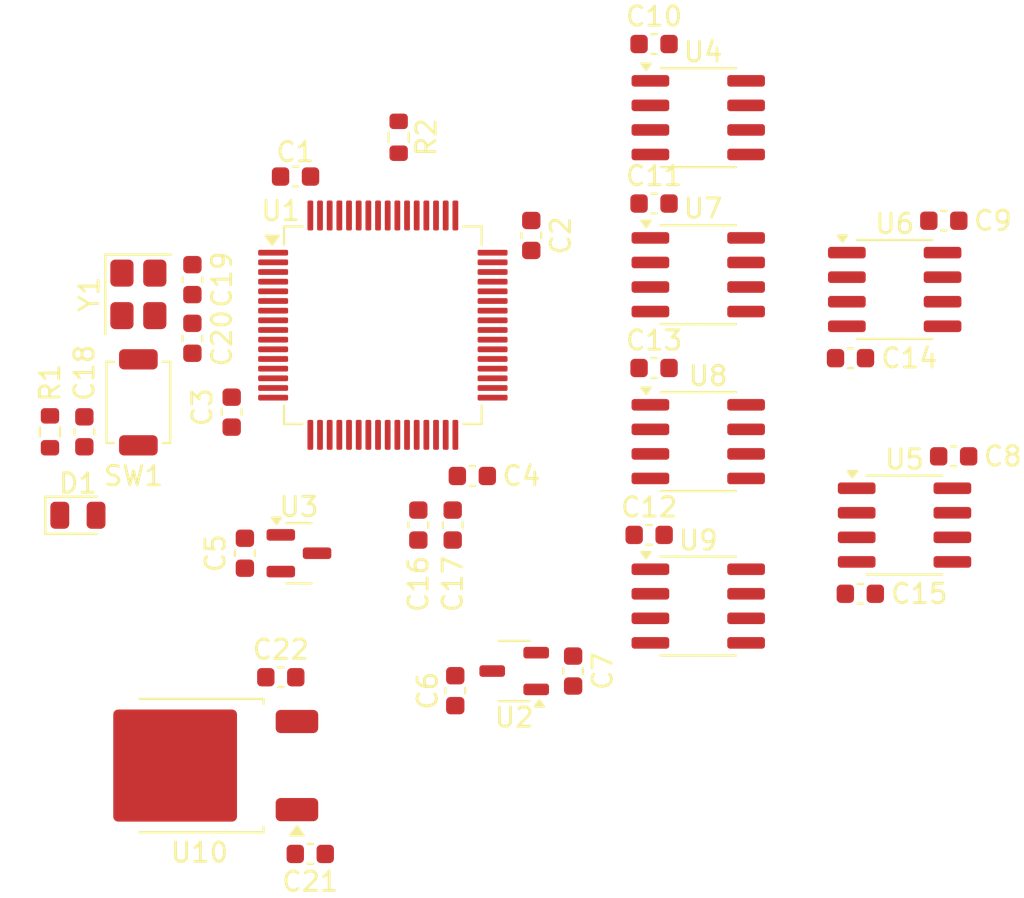
<source format=kicad_pcb>
(kicad_pcb (version 20241229) (generator "pcbnew") (generator_version "9.0")
  (layers (0 "F.Cu" signal) (2 "B.Cu" signal) (13 "F.Paste" user) (15 "B.Paste" user) (5 "F.SilkS" user "F.Silkscreen") (7 "B.SilkS" user "B.Silkscreen") (1 "F.Mask" user) (3 "B.Mask" user) (25 "Edge.Cuts" user))
  (net 0 "")
  (net 11 "-12V")
  (net 42 "+12V")
  (net 43 "GND")
  (net 44 "+5V")
  (net 45 "/SPI1_MOSI")
  (net 46 "/SPI1_SCK")
  (net 47 "+2V5REF")
  (net 48 "/SPI1_DACs/DAC3_OUT")
  (net 49 "/SPI1_DACs/DAC4_OUT")
  (net 50 "/SPI1_DACs/DAC2_OUT")
  (net 51 "/SPI1_DACs/DAC1_OUT")
  (net 52 "/DAC2_CS")
  (net 53 "/DAC4_CS")
  (net 54 "/DAC3_CS")
  (net 55 "/DAC1_CS")
  (net 58 "/MCU_CONFIG/XOSC2")
  (net 59 "/MCU_CONFIG/XOSC1")
  (net 60 "/MCU_CONFIG/NRST")
  (net 61 "+3.3V")
  (net 64 "/MCU_CONFIG/PD2{slash}BOOT0")
  (net 65 "/SPI1_DACs/DAC1_out_nobuf")
  (net 66 "/SPI1_DACs/DAC2_out_nobuf")
  (net 67 "/SPI1_DACs/DAC3_out_nobuf")
  (net 68 "/SPI1_DACs/DAC4_out_nobuf")
  (footprint "Capacitor_SMD:C_0603_1608Metric" (layer "F.Cu") (at 90.17 49.53 -90)
    (property "Reference" "C3" (at -0.254 1.524 90) (layer "F.SilkS"))
    (property "Value" "100nF")
    (fp_line (start -0.14058 0.51) (end 0.14058 0.51) (stroke (width 0.12)) (layer "F.SilkS"))
    (fp_line (start -0.14058 -0.51) (end 0.14058 -0.51) (stroke (width 0.12)) (layer "F.SilkS"))
    (pad "1" smd roundrect (at -0.775 0 270) (size 0.9 0.95) (layers "F.Cu" "F.Mask" "F.Paste") (net 43 "GND"))
    (pad "2" smd roundrect (at 0.775 0 270) (size 0.9 0.95) (layers "F.Cu" "F.Mask" "F.Paste") (net 61 "+3.3V"))
  )
  (footprint "Capacitor_SMD:C_0603_1608Metric" (layer "F.Cu") (at 99.822 55.372 -90)
    (property "Reference" "C16" (at 3.048 0 90) (layer "F.SilkS"))
    (property "Value" "0.1uf")
    (fp_line (start -0.14058 0.51) (end 0.14058 0.51) (stroke (width 0.12)) (layer "F.SilkS"))
    (fp_line (start -0.14058 -0.51) (end 0.14058 -0.51) (stroke (width 0.12)) (layer "F.SilkS"))
    (pad "1" smd roundrect (at -0.775 0 270) (size 0.9 0.95) (layers "F.Cu" "F.Mask" "F.Paste") (net 47 "+2V5REF"))
    (pad "2" smd roundrect (at 0.775 0 270) (size 0.9 0.95) (layers "F.Cu" "F.Mask" "F.Paste") (net 43 "GND"))
  )
  (footprint "Capacitor_SMD:C_0603_1608Metric" (layer "F.Cu") (at 82.55 50.546 90)
    (property "Reference" "C18" (at 3.048 0 90) (layer "F.SilkS"))
    (property "Value" "0.1uf")
    (fp_line (start -0.14058 -0.51) (end 0.14058 -0.51) (stroke (width 0.12)) (layer "F.SilkS"))
    (fp_line (start -0.14058 0.51) (end 0.14058 0.51) (stroke (width 0.12)) (layer "F.SilkS"))
    (pad "1" smd roundrect (at -0.775 0 90) (size 0.9 0.95) (layers "F.Cu" "F.Mask" "F.Paste") (net 60 "/MCU_CONFIG/NRST"))
    (pad "2" smd roundrect (at 0.775 0 90) (size 0.9 0.95) (layers "F.Cu" "F.Mask" "F.Paste") (net 43 "GND"))
  )
  (footprint "Resistor_SMD:R_0603_1608Metric" (layer "F.Cu") (at 98.806 35.306 -90)
    (property "Reference" "R2" (at 0 -1.43 90) (layer "F.SilkS"))
    (property "Value" "100k")
    (fp_line (start -0.237258 0.5225) (end 0.237258 0.5225) (stroke (width 0.12)) (layer "F.SilkS"))
    (fp_line (start -0.237258 -0.5225) (end 0.237258 -0.5225) (stroke (width 0.12)) (layer "F.SilkS"))
    (pad "1" smd roundrect (at -0.825 0 270) (size 0.8 0.95) (layers "F.Cu" "F.Mask" "F.Paste") (net 43 "GND"))
    (pad "2" smd roundrect (at 0.825 0 270) (size 0.8 0.95) (layers "F.Cu" "F.Mask" "F.Paste") (net 64 "/MCU_CONFIG/PD2{slash}BOOT0"))
  )
  (footprint "Capacitor_SMD:C_0603_1608Metric" (layer "F.Cu") (at 112.014 30.48)
    (property "Reference" "C10" (at 0 -1.43 0) (layer "F.SilkS"))
    (property "Value" "0.1uf")
    (fp_line (start -0.14058 -0.51) (end 0.14058 -0.51) (stroke (width 0.12)) (layer "F.SilkS"))
    (fp_line (start -0.14058 0.51) (end 0.14058 0.51) (stroke (width 0.12)) (layer "F.SilkS"))
    (pad "1" smd roundrect (at -0.775 0) (size 0.9 0.95) (layers "F.Cu" "F.Mask" "F.Paste") (net 44 "+5V"))
    (pad "2" smd roundrect (at 0.775 0) (size 0.9 0.95) (layers "F.Cu" "F.Mask" "F.Paste") (net 43 "GND"))
  )
  (footprint "Package_SO:SOIC-8_3.9x4.9mm_P1.27mm" (layer "F.Cu") (at 114.3 51.054)
    (property "Reference" "U8" (at 0.508 -3.4 0) (layer "F.SilkS"))
    (property "Value" "MCP4921-ESN")
    (fp_line (start 0 -2.56) (end -1.95 -2.56) (stroke (width 0.12)) (layer "F.SilkS"))
    (fp_line (start 0 -2.56) (end 1.95 -2.56) (stroke (width 0.12)) (layer "F.SilkS"))
    (fp_line (start 0 2.56) (end -1.95 2.56) (stroke (width 0.12)) (layer "F.SilkS"))
    (fp_line (start 0 2.56) (end 1.95 2.56) (stroke (width 0.12)) (layer "F.SilkS"))
    (fp_poly (pts (xy -2.7 -2.465) (xy -2.94 -2.795) (xy -2.46 -2.795)) (stroke (width 0.12)) (fill yes) (layer "F.SilkS"))
    (pad "1" smd roundrect (at -2.475 -1.905) (size 1.95 0.6) (layers "F.Cu" "F.Mask" "F.Paste") (net 44 "+5V"))
    (pad "2" smd roundrect (at -2.475 -0.635) (size 1.95 0.6) (layers "F.Cu" "F.Mask" "F.Paste") (net 54 "/DAC3_CS"))
    (pad "3" smd roundrect (at -2.475 0.635) (size 1.95 0.6) (layers "F.Cu" "F.Mask" "F.Paste") (net 45 "/SPI1_MOSI"))
    (pad "4" smd roundrect (at -2.475 1.905) (size 1.95 0.6) (layers "F.Cu" "F.Mask" "F.Paste") (net 46 "/SPI1_SCK"))
    (pad "5" smd roundrect (at 2.475 1.905) (size 1.95 0.6) (layers "F.Cu" "F.Mask" "F.Paste") (net 43 "GND"))
    (pad "6" smd roundrect (at 2.475 0.635) (size 1.95 0.6) (layers "F.Cu" "F.Mask" "F.Paste") (net 47 "+2V5REF"))
    (pad "7" smd roundrect (at 2.475 -0.635) (size 1.95 0.6) (layers "F.Cu" "F.Mask" "F.Paste") (net 43 "GND"))
    (pad "8" smd roundrect (at 2.475 -1.905) (size 1.95 0.6) (layers "F.Cu" "F.Mask" "F.Paste") (net 67 "/SPI1_DACs/DAC3_out_nobuf"))
  )
  (footprint "Button_Switch_SMD:SW_SPST_TS-1088-xR025" (layer "F.Cu") (at 85.344 49.022 -90)
    (property "Reference" "SW1" (at 3.81 0.254 180) (layer "F.SilkS"))
    (property "Value" "TS-1088-AR02016")
    (fp_line (start -2.1 1.65) (end 2.1 1.65) (stroke (width 0.12)) (layer "F.SilkS"))
    (fp_line (start 2.1 1.65) (end 2.1 1.26) (stroke (width 0.12)) (layer "F.SilkS"))
    (fp_line (start -2.1 1.26) (end -2.1 1.65) (stroke (width 0.12)) (layer "F.SilkS"))
    (fp_line (start -2.1 -1.26) (end -2.1 -1.65) (stroke (width 0.12)) (layer "F.SilkS"))
    (fp_line (start -2.1 -1.65) (end 2.1 -1.65) (stroke (width 0.12)) (layer "F.SilkS"))
    (fp_line (start 2.1 -1.65) (end 2.1 -1.26) (stroke (width 0.12)) (layer "F.SilkS"))
    (pad "1" smd roundrect (at -2.225 0 270) (size 1.05 2) (layers "F.Cu" "F.Mask" "F.Paste") (roundrect_rratio 0.2380952381) (net 43 "GND"))
    (pad "2" smd roundrect (at 2.225 0 270) (size 1.05 2) (layers "F.Cu" "F.Mask" "F.Paste") (roundrect_rratio 0.2380952381) (net 60 "/MCU_CONFIG/NRST"))
  )
  (footprint "Capacitor_SMD:C_0603_1608Metric" (layer "F.Cu") (at 92.71 63.246)
    (property "Reference" "C22" (at 0 -1.43 0) (layer "F.SilkS"))
    (property "Value" "0.1uf")
    (fp_line (start -0.14058 -0.51) (end 0.14058 -0.51) (stroke (width 0.12)) (layer "F.SilkS"))
    (fp_line (start -0.14058 0.51) (end 0.14058 0.51) (stroke (width 0.12)) (layer "F.SilkS"))
    (pad "1" smd roundrect (at -0.775 0) (size 0.9 0.95) (layers "F.Cu" "F.Mask" "F.Paste") (net 43 "GND"))
    (pad "2" smd roundrect (at 0.775 0) (size 0.9 0.95) (layers "F.Cu" "F.Mask" "F.Paste") (net 44 "+5V"))
  )
  (footprint "Package_SO:SOIC-8_3.9x4.9mm_P1.27mm" (layer "F.Cu") (at 124.968 55.372)
    (property "Reference" "U5" (at 0 -3.4 0) (layer "F.SilkS"))
    (property "Value" "OPA1678")
    (fp_line (start 0 -2.56) (end -1.95 -2.56) (stroke (width 0.12)) (layer "F.SilkS"))
    (fp_line (start 0 -2.56) (end 1.95 -2.56) (stroke (width 0.12)) (layer "F.SilkS"))
    (fp_line (start 0 2.56) (end -1.95 2.56) (stroke (width 0.12)) (layer "F.SilkS"))
    (fp_line (start 0 2.56) (end 1.95 2.56) (stroke (width 0.12)) (layer "F.SilkS"))
    (fp_poly (pts (xy -2.7 -2.465) (xy -2.94 -2.795) (xy -2.46 -2.795)) (stroke (width 0.12)) (fill yes) (layer "F.SilkS"))
    (pad "1" smd roundrect (at -2.475 -1.905) (size 1.95 0.6) (layers "F.Cu" "F.Mask" "F.Paste") (net 51 "/SPI1_DACs/DAC1_OUT"))
    (pad "2" smd roundrect (at -2.475 -0.635) (size 1.95 0.6) (layers "F.Cu" "F.Mask" "F.Paste") (net 51 "/SPI1_DACs/DAC1_OUT"))
    (pad "3" smd roundrect (at -2.475 0.635) (size 1.95 0.6) (layers "F.Cu" "F.Mask" "F.Paste") (net 65 "/SPI1_DACs/DAC1_out_nobuf"))
    (pad "4" smd roundrect (at -2.475 1.905) (size 1.95 0.6) (layers "F.Cu" "F.Mask" "F.Paste") (net 11 "-12V"))
    (pad "5" smd roundrect (at 2.475 1.905) (size 1.95 0.6) (layers "F.Cu" "F.Mask" "F.Paste") (net 66 "/SPI1_DACs/DAC2_out_nobuf"))
    (pad "6" smd roundrect (at 2.475 0.635) (size 1.95 0.6) (layers "F.Cu" "F.Mask" "F.Paste") (net 50 "/SPI1_DACs/DAC2_OUT"))
    (pad "7" smd roundrect (at 2.475 -0.635) (size 1.95 0.6) (layers "F.Cu" "F.Mask" "F.Paste") (net 50 "/SPI1_DACs/DAC2_OUT"))
    (pad "8" smd roundrect (at 2.475 -1.905) (size 1.95 0.6) (layers "F.Cu" "F.Mask" "F.Paste") (net 42 "+12V"))
  )
  (footprint "Capacitor_SMD:C_0603_1608Metric" (layer "F.Cu") (at 88.138 42.672 90)
    (property "Reference" "C19" (at 0 1.524 90) (layer "F.SilkS"))
    (property "Value" "22pf")
    (fp_line (start -0.14058 -0.51) (end 0.14058 -0.51) (stroke (width 0.12)) (layer "F.SilkS"))
    (fp_line (start -0.14058 0.51) (end 0.14058 0.51) (stroke (width 0.12)) (layer "F.SilkS"))
    (pad "1" smd roundrect (at -0.775 0 90) (size 0.9 0.95) (layers "F.Cu" "F.Mask" "F.Paste") (net 59 "/MCU_CONFIG/XOSC1"))
    (pad "2" smd roundrect (at 0.775 0 90) (size 0.9 0.95) (layers "F.Cu" "F.Mask" "F.Paste") (net 43 "GND"))
  )
  (footprint "Capacitor_SMD:C_0603_1608Metric" (layer "F.Cu") (at 112.014 47.244)
    (property "Reference" "C13" (at 0 -1.43 0) (layer "F.SilkS"))
    (property "Value" "0.1uf")
    (fp_line (start -0.14058 -0.51) (end 0.14058 -0.51) (stroke (width 0.12)) (layer "F.SilkS"))
    (fp_line (start -0.14058 0.51) (end 0.14058 0.51) (stroke (width 0.12)) (layer "F.SilkS"))
    (pad "1" smd roundrect (at -0.775 0) (size 0.9 0.95) (layers "F.Cu" "F.Mask" "F.Paste") (net 44 "+5V"))
    (pad "2" smd roundrect (at 0.775 0) (size 0.9 0.95) (layers "F.Cu" "F.Mask" "F.Paste") (net 43 "GND"))
  )
  (footprint "Package_TO_SOT_SMD:TO-252-2" (layer "F.Cu") (at 88.505 67.817 180)
    (property "Reference" "U10" (at 0 -4.5 0) (layer "F.SilkS"))
    (property "Value" "L7805")
    (fp_line (start 3.11 3.45) (end -3.31 3.45) (stroke (width 0.12)) (layer "F.SilkS"))
    (fp_line (start 3.11 -3.45) (end -3.31 -3.45) (stroke (width 0.12)) (layer "F.SilkS"))
    (fp_line (start -3.31 3.45) (end -3.31 3.18) (stroke (width 0.12)) (layer "F.SilkS"))
    (fp_line (start -3.31 -3.45) (end -3.31 -3.18) (stroke (width 0.12)) (layer "F.SilkS"))
    (fp_poly (pts (xy -5.04 -3.14) (xy -5.38 -3.61) (xy -4.7 -3.61)) (stroke (width 0.12)) (fill yes) (layer "F.SilkS"))
    (pad "1" smd roundrect (at -5.04 -2.28 180) (size 2.2 1.2) (layers "F.Cu" "F.Mask" "F.Paste") (roundrect_rratio 0.208333) (net 42 "+12V"))
    (pad "2" smd roundrect (at 1.26 0 180) (size 6.4 5.8) (layers "F.Cu" "F.Mask") (roundrect_rratio 0.043103) (net 43 "GND"))
    (pad "3" smd roundrect (at -5.04 2.28 180) (size 2.2 1.2) (layers "F.Cu" "F.Mask" "F.Paste") (roundrect_rratio 0.208333) (net 44 "+5V"))
  )
  (footprint "Package_TO_SOT_SMD:SOT-23-3" (layer "F.Cu") (at 104.7805 62.926 180)
    (property "Reference" "U2" (at 0 -2.4 0) (layer "F.SilkS"))
    (property "Value" "XC6206P332MR-G")
    (fp_line (start 0 1.56) (end 0.8 1.56) (stroke (width 0.12)) (layer "F.SilkS"))
    (fp_line (start 0 1.56) (end -0.8 1.56) (stroke (width 0.12)) (layer "F.SilkS"))
    (fp_line (start 0 -1.56) (end 0.8 -1.56) (stroke (width 0.12)) (layer "F.SilkS"))
    (fp_line (start 0 -1.56) (end -0.8 -1.56) (stroke (width 0.12)) (layer "F.SilkS"))
    (fp_poly (pts (xy -1.3 -1.51) (xy -1.54 -1.84) (xy -1.06 -1.84)) (stroke (width 0.12)) (fill yes) (layer "F.SilkS"))
    (pad "1" smd roundrect (at -1.1375 -0.95 180) (size 1.325 0.6) (layers "F.Cu" "F.Mask" "F.Paste") (net 43 "GND"))
    (pad "2" smd roundrect (at -1.1375 0.95 180) (size 1.325 0.6) (layers "F.Cu" "F.Mask" "F.Paste") (net 61 "+3.3V"))
    (pad "3" smd roundrect (at 1.1375 0 180) (size 1.325 0.6) (layers "F.Cu" "F.Mask" "F.Paste") (net 44 "+5V"))
  )
  (footprint "Package_SO:SOIC-8_3.9x4.9mm_P1.27mm" (layer "F.Cu") (at 114.3 42.418)
    (property "Reference" "U7" (at 0.254 -3.429 0) (layer "F.SilkS"))
    (property "Value" "MCP4921-ESN")
    (fp_line (start 0 -2.56) (end -1.95 -2.56) (stroke (width 0.12)) (layer "F.SilkS"))
    (fp_line (start 0 -2.56) (end 1.95 -2.56) (stroke (width 0.12)) (layer "F.SilkS"))
    (fp_line (start 0 2.56) (end -1.95 2.56) (stroke (width 0.12)) (layer "F.SilkS"))
    (fp_line (start 0 2.56) (end 1.95 2.56) (stroke (width 0.12)) (layer "F.SilkS"))
    (fp_poly (pts (xy -2.7 -2.465) (xy -2.94 -2.795) (xy -2.46 -2.795)) (stroke (width 0.12)) (fill yes) (layer "F.SilkS"))
    (pad "1" smd roundrect (at -2.475 -1.905) (size 1.95 0.6) (layers "F.Cu" "F.Mask" "F.Paste") (net 44 "+5V"))
    (pad "2" smd roundrect (at -2.475 -0.635) (size 1.95 0.6) (layers "F.Cu" "F.Mask" "F.Paste") (net 52 "/DAC2_CS"))
    (pad "3" smd roundrect (at -2.475 0.635) (size 1.95 0.6) (layers "F.Cu" "F.Mask" "F.Paste") (net 45 "/SPI1_MOSI"))
    (pad "4" smd roundrect (at -2.475 1.905) (size 1.95 0.6) (layers "F.Cu" "F.Mask" "F.Paste") (net 46 "/SPI1_SCK"))
    (pad "5" smd roundrect (at 2.475 1.905) (size 1.95 0.6) (layers "F.Cu" "F.Mask" "F.Paste") (net 43 "GND"))
    (pad "6" smd roundrect (at 2.475 0.635) (size 1.95 0.6) (layers "F.Cu" "F.Mask" "F.Paste") (net 47 "+2V5REF"))
    (pad "7" smd roundrect (at 2.475 -0.635) (size 1.95 0.6) (layers "F.Cu" "F.Mask" "F.Paste") (net 43 "GND"))
    (pad "8" smd roundrect (at 2.475 -1.905) (size 1.95 0.6) (layers "F.Cu" "F.Mask" "F.Paste") (net 66 "/SPI1_DACs/DAC2_out_nobuf"))
  )
  (footprint "Capacitor_SMD:C_0603_1608Metric" (layer "F.Cu") (at 101.7325 63.942 90)
    (property "Reference" "C6" (at 0 -1.43 90) (layer "F.SilkS"))
    (property "Value" "1u")
    (fp_line (start -0.14058 -0.51) (end 0.14058 -0.51) (stroke (width 0.12)) (layer "F.SilkS"))
    (fp_line (start -0.14058 0.51) (end 0.14058 0.51) (stroke (width 0.12)) (layer "F.SilkS"))
    (pad "1" smd roundrect (at -0.775 0 90) (size 0.9 0.95) (layers "F.Cu" "F.Mask" "F.Paste") (net 43 "GND"))
    (pad "2" smd roundrect (at 0.775 0 90) (size 0.9 0.95) (layers "F.Cu" "F.Mask" "F.Paste") (net 44 "+5V"))
  )
  (footprint "Capacitor_SMD:C_0603_1608Metric" (layer "F.Cu") (at 105.664 40.386 90)
    (property "Reference" "C2" (at 0 1.524 90) (layer "F.SilkS"))
    (property "Value" "100nF")
    (fp_line (start -0.14058 -0.51) (end 0.14058 -0.51) (stroke (width 0.12)) (layer "F.SilkS"))
    (fp_line (start -0.14058 0.51) (end 0.14058 0.51) (stroke (width 0.12)) (layer "F.SilkS"))
    (pad "1" smd roundrect (at -0.775 0 90) (size 0.9 0.95) (layers "F.Cu" "F.Mask" "F.Paste") (net 43 "GND"))
    (pad "2" smd roundrect (at 0.775 0 90) (size 0.9 0.95) (layers "F.Cu" "F.Mask" "F.Paste") (net 61 "+3.3V"))
  )
  (footprint "Capacitor_SMD:C_0603_1608Metric" (layer "F.Cu") (at 111.76 55.88)
    (property "Reference" "C12" (at 0 -1.43 0) (layer "F.SilkS"))
    (property "Value" "0.1uf")
    (fp_line (start -0.14058 -0.51) (end 0.14058 -0.51) (stroke (width 0.12)) (layer "F.SilkS"))
    (fp_line (start -0.14058 0.51) (end 0.14058 0.51) (stroke (width 0.12)) (layer "F.SilkS"))
    (pad "1" smd roundrect (at -0.775 0) (size 0.9 0.95) (layers "F.Cu" "F.Mask" "F.Paste") (net 44 "+5V"))
    (pad "2" smd roundrect (at 0.775 0) (size 0.9 0.95) (layers "F.Cu" "F.Mask" "F.Paste") (net 43 "GND"))
  )
  (footprint "LED_SMD:LED_0805_2012Metric" (layer "F.Cu") (at 82.2175 54.864)
    (property "Reference" "D1" (at 0 -1.65 0) (layer "F.SilkS"))
    (property "Value" "KT-0805G")
    (fp_line (start -1.685 -0.96) (end -1.685 0.96) (stroke (width 0.12)) (layer "F.SilkS"))
    (fp_line (start -1.685 0.96) (end 1 0.96) (stroke (width 0.12)) (layer "F.SilkS"))
    (fp_line (start 1 -0.96) (end -1.685 -0.96) (stroke (width 0.12)) (layer "F.SilkS"))
    (pad "1" smd roundrect (at -0.9375 0) (size 0.975 1.4) (layers "F.Cu" "F.Mask" "F.Paste"))
    (pad "2" smd roundrect (at 0.9375 0) (size 0.975 1.4) (layers "F.Cu" "F.Mask" "F.Paste"))
  )
  (footprint "Package_SO:SOIC-8_3.9x4.9mm_P1.27mm" (layer "F.Cu") (at 124.46 43.18)
    (property "Reference" "U6" (at 0 -3.4 0) (layer "F.SilkS"))
    (property "Value" "OPA1678")
    (fp_line (start 0 -2.56) (end -1.95 -2.56) (stroke (width 0.12)) (layer "F.SilkS"))
    (fp_line (start 0 -2.56) (end 1.95 -2.56) (stroke (width 0.12)) (layer "F.SilkS"))
    (fp_line (start 0 2.56) (end -1.95 2.56) (stroke (width 0.12)) (layer "F.SilkS"))
    (fp_line (start 0 2.56) (end 1.95 2.56) (stroke (width 0.12)) (layer "F.SilkS"))
    (fp_poly (pts (xy -2.7 -2.465) (xy -2.94 -2.795) (xy -2.46 -2.795)) (stroke (width 0.12)) (fill yes) (layer "F.SilkS"))
    (pad "1" smd roundrect (at -2.475 -1.905) (size 1.95 0.6) (layers "F.Cu" "F.Mask" "F.Paste") (net 48 "/SPI1_DACs/DAC3_OUT"))
    (pad "2" smd roundrect (at -2.475 -0.635) (size 1.95 0.6) (layers "F.Cu" "F.Mask" "F.Paste") (net 48 "/SPI1_DACs/DAC3_OUT"))
    (pad "3" smd roundrect (at -2.475 0.635) (size 1.95 0.6) (layers "F.Cu" "F.Mask" "F.Paste") (net 67 "/SPI1_DACs/DAC3_out_nobuf"))
    (pad "4" smd roundrect (at -2.475 1.905) (size 1.95 0.6) (layers "F.Cu" "F.Mask" "F.Paste") (net 11 "-12V"))
    (pad "5" smd roundrect (at 2.475 1.905) (size 1.95 0.6) (layers "F.Cu" "F.Mask" "F.Paste") (net 68 "/SPI1_DACs/DAC4_out_nobuf"))
    (pad "6" smd roundrect (at 2.475 0.635) (size 1.95 0.6) (layers "F.Cu" "F.Mask" "F.Paste") (net 49 "/SPI1_DACs/DAC4_OUT"))
    (pad "7" smd roundrect (at 2.475 -0.635) (size 1.95 0.6) (layers "F.Cu" "F.Mask" "F.Paste") (net 49 "/SPI1_DACs/DAC4_OUT"))
    (pad "8" smd roundrect (at 2.475 -1.905) (size 1.95 0.6) (layers "F.Cu" "F.Mask" "F.Paste") (net 42 "+12V"))
  )
  (footprint "Resistor_SMD:R_0603_1608Metric" (layer "F.Cu") (at 80.772 50.546 -90)
    (property "Reference" "R1" (at -2.54 0 90) (layer "F.SilkS"))
    (property "Value" "10k")
    (fp_line (start -0.237258 0.5225) (end 0.237258 0.5225) (stroke (width 0.12)) (layer "F.SilkS"))
    (fp_line (start -0.237258 -0.5225) (end 0.237258 -0.5225) (stroke (width 0.12)) (layer "F.SilkS"))
    (pad "1" smd roundrect (at -0.825 0 270) (size 0.8 0.95) (layers "F.Cu" "F.Mask" "F.Paste") (net 61 "+3.3V"))
    (pad "2" smd roundrect (at 0.825 0 270) (size 0.8 0.95) (layers "F.Cu" "F.Mask" "F.Paste") (net 60 "/MCU_CONFIG/NRST"))
  )
  (footprint "Capacitor_SMD:C_0603_1608Metric" (layer "F.Cu") (at 112.014 38.735)
    (property "Reference" "C11" (at 0 -1.43 0) (layer "F.SilkS"))
    (property "Value" "0.1uf")
    (fp_line (start -0.14058 -0.51) (end 0.14058 -0.51) (stroke (width 0.12)) (layer "F.SilkS"))
    (fp_line (start -0.14058 0.51) (end 0.14058 0.51) (stroke (width 0.12)) (layer "F.SilkS"))
    (pad "1" smd roundrect (at -0.775 0) (size 0.9 0.95) (layers "F.Cu" "F.Mask" "F.Paste") (net 44 "+5V"))
    (pad "2" smd roundrect (at 0.775 0) (size 0.9 0.95) (layers "F.Cu" "F.Mask" "F.Paste") (net 43 "GND"))
  )
  (footprint "Capacitor_SMD:C_0603_1608Metric" (layer "F.Cu") (at 88.138 45.707 -90)
    (property "Reference" "C20" (at 0 -1.524 90) (layer "F.SilkS"))
    (property "Value" "22pf")
    (fp_line (start -0.14058 0.51) (end 0.14058 0.51) (stroke (width 0.12)) (layer "F.SilkS"))
    (fp_line (start -0.14058 -0.51) (end 0.14058 -0.51) (stroke (width 0.12)) (layer "F.SilkS"))
    (pad "1" smd roundrect (at -0.775 0 270) (size 0.9 0.95) (layers "F.Cu" "F.Mask" "F.Paste") (net 58 "/MCU_CONFIG/XOSC2"))
    (pad "2" smd roundrect (at 0.775 0 270) (size 0.9 0.95) (layers "F.Cu" "F.Mask" "F.Paste") (net 43 "GND"))
  )
  (footprint "Package_TO_SOT_SMD:SOT-23" (layer "F.Cu") (at 93.6475 56.83)
    (property "Reference" "U3" (at 0 -2.4 0) (layer "F.SilkS"))
    (property "Value" "REF3125")
    (fp_line (start 0 -1.56) (end -0.65 -1.56) (stroke (width 0.12)) (layer "F.SilkS"))
    (fp_line (start 0 -1.56) (end 0.65 -1.56) (stroke (width 0.12)) (layer "F.SilkS"))
    (fp_line (start 0 1.56) (end -0.65 1.56) (stroke (width 0.12)) (layer "F.SilkS"))
    (fp_line (start 0 1.56) (end 0.65 1.56) (stroke (width 0.12)) (layer "F.SilkS"))
    (fp_poly (pts (xy -1.1625 -1.51) (xy -1.4025 -1.84) (xy -0.9225 -1.84)) (stroke (width 0.12)) (fill yes) (layer "F.SilkS"))
    (pad "1" smd roundrect (at -0.9375 -0.95) (size 1.475 0.6) (layers "F.Cu" "F.Mask" "F.Paste") (net 61 "+3.3V"))
    (pad "2" smd roundrect (at -0.9375 0.95) (size 1.475 0.6) (layers "F.Cu" "F.Mask" "F.Paste") (net 47 "+2V5REF"))
    (pad "3" smd roundrect (at 0.9375 0) (size 1.475 0.6) (layers "F.Cu" "F.Mask" "F.Paste") (net 43 "GND"))
  )
  (footprint "Capacitor_SMD:C_0603_1608Metric" (layer "F.Cu") (at 127.508 51.816)
    (property "Reference" "C8" (at 2.54 0 0) (layer "F.SilkS"))
    (property "Value" "0.1uf")
    (fp_line (start -0.14058 -0.51) (end 0.14058 -0.51) (stroke (width 0.12)) (layer "F.SilkS"))
    (fp_line (start -0.14058 0.51) (end 0.14058 0.51) (stroke (width 0.12)) (layer "F.SilkS"))
    (pad "1" smd roundrect (at -0.775 0) (size 0.9 0.95) (layers "F.Cu" "F.Mask" "F.Paste") (net 42 "+12V"))
    (pad "2" smd roundrect (at 0.775 0) (size 0.9 0.95) (layers "F.Cu" "F.Mask" "F.Paste") (net 43 "GND"))
  )
  (footprint "Capacitor_SMD:C_0603_1608Metric" (layer "F.Cu") (at 94.234 72.39 180)
    (property "Reference" "C21" (at 0 -1.43 0) (layer "F.SilkS"))
    (property "Value" "0.33uf")
    (fp_line (start -0.14058 0.51) (end 0.14058 0.51) (stroke (width 0.12)) (layer "F.SilkS"))
    (fp_line (start -0.14058 -0.51) (end 0.14058 -0.51) (stroke (width 0.12)) (layer "F.SilkS"))
    (pad "1" smd roundrect (at -0.775 0 180) (size 0.9 0.95) (layers "F.Cu" "F.Mask" "F.Paste") (net 43 "GND"))
    (pad "2" smd roundrect (at 0.775 0 180) (size 0.9 0.95) (layers "F.Cu" "F.Mask" "F.Paste") (net 42 "+12V"))
  )
  (footprint "Capacitor_SMD:C_0603_1608Metric" (layer "F.Cu") (at 107.8285 62.926 90)
    (property "Reference" "C7" (at 0 1.524 90) (layer "F.SilkS"))
    (property "Value" "1u")
    (fp_line (start -0.14058 -0.51) (end 0.14058 -0.51) (stroke (width 0.12)) (layer "F.SilkS"))
    (fp_line (start -0.14058 0.51) (end 0.14058 0.51) (stroke (width 0.12)) (layer "F.SilkS"))
    (pad "1" smd roundrect (at -0.775 0 90) (size 0.9 0.95) (layers "F.Cu" "F.Mask" "F.Paste") (net 43 "GND"))
    (pad "2" smd roundrect (at 0.775 0 90) (size 0.9 0.95) (layers "F.Cu" "F.Mask" "F.Paste") (net 61 "+3.3V"))
  )
  (footprint "Capacitor_SMD:C_0603_1608Metric" (layer "F.Cu") (at 122.174 46.736)
    (property "Reference" "C14" (at 3.048 0 0) (layer "F.SilkS"))
    (property "Value" "0.1uf")
    (fp_line (start -0.14058 -0.51) (end 0.14058 -0.51) (stroke (width 0.12)) (layer "F.SilkS"))
    (fp_line (start -0.14058 0.51) (end 0.14058 0.51) (stroke (width 0.12)) (layer "F.SilkS"))
    (pad "1" smd roundrect (at -0.775 0) (size 0.9 0.95) (layers "F.Cu" "F.Mask" "F.Paste") (net 11 "-12V"))
    (pad "2" smd roundrect (at 0.775 0) (size 0.9 0.95) (layers "F.Cu" "F.Mask" "F.Paste") (net 43 "GND"))
  )
  (footprint "Capacitor_SMD:C_0603_1608Metric" (layer "F.Cu") (at 101.6 55.372 -90)
    (property "Reference" "C17" (at 3.048 0 90) (layer "F.SilkS"))
    (property "Value" "1uf")
    (fp_line (start -0.14058 0.51) (end 0.14058 0.51) (stroke (width 0.12)) (layer "F.SilkS"))
    (fp_line (start -0.14058 -0.51) (end 0.14058 -0.51) (stroke (width 0.12)) (layer "F.SilkS"))
    (pad "1" smd roundrect (at -0.775 0 270) (size 0.9 0.95) (layers "F.Cu" "F.Mask" "F.Paste") (net 47 "+2V5REF"))
    (pad "2" smd roundrect (at 0.775 0 270) (size 0.9 0.95) (layers "F.Cu" "F.Mask" "F.Paste") (net 43 "GND"))
  )
  (footprint "Package_SO:SOIC-8_3.9x4.9mm_P1.27mm" (layer "F.Cu") (at 114.3 59.563)
    (property "Reference" "U9" (at 0 -3.4 0) (layer "F.SilkS"))
    (property "Value" "MCP4921-ESN")
    (fp_line (start 0 -2.56) (end -1.95 -2.56) (stroke (width 0.12)) (layer "F.SilkS"))
    (fp_line (start 0 -2.56) (end 1.95 -2.56) (stroke (width 0.12)) (layer "F.SilkS"))
    (fp_line (start 0 2.56) (end -1.95 2.56) (stroke (width 0.12)) (layer "F.SilkS"))
    (fp_line (start 0 2.56) (end 1.95 2.56) (stroke (width 0.12)) (layer "F.SilkS"))
    (fp_poly (pts (xy -2.7 -2.465) (xy -2.94 -2.795) (xy -2.46 -2.795)) (stroke (width 0.12)) (fill yes) (layer "F.SilkS"))
    (pad "1" smd roundrect (at -2.475 -1.905) (size 1.95 0.6) (layers "F.Cu" "F.Mask" "F.Paste") (net 44 "+5V"))
    (pad "2" smd roundrect (at -2.475 -0.635) (size 1.95 0.6) (layers "F.Cu" "F.Mask" "F.Paste") (net 53 "/DAC4_CS"))
    (pad "3" smd roundrect (at -2.475 0.635) (size 1.95 0.6) (layers "F.Cu" "F.Mask" "F.Paste") (net 45 "/SPI1_MOSI"))
    (pad "4" smd roundrect (at -2.475 1.905) (size 1.95 0.6) (layers "F.Cu" "F.Mask" "F.Paste") (net 46 "/SPI1_SCK"))
    (pad "5" smd roundrect (at 2.475 1.905) (size 1.95 0.6) (layers "F.Cu" "F.Mask" "F.Paste") (net 43 "GND"))
    (pad "6" smd roundrect (at 2.475 0.635) (size 1.95 0.6) (layers "F.Cu" "F.Mask" "F.Paste") (net 47 "+2V5REF"))
    (pad "7" smd roundrect (at 2.475 -0.635) (size 1.95 0.6) (layers "F.Cu" "F.Mask" "F.Paste") (net 43 "GND"))
    (pad "8" smd roundrect (at 2.475 -1.905) (size 1.95 0.6) (layers "F.Cu" "F.Mask" "F.Paste") (net 68 "/SPI1_DACs/DAC4_out_nobuf"))
  )
  (footprint "Package_SO:SOIC-8_3.9x4.9mm_P1.27mm" (layer "F.Cu") (at 114.3 34.29)
    (property "Reference" "U4" (at 0.254 -3.4 0) (layer "F.SilkS"))
    (property "Value" "MCP4921-ESN")
    (fp_line (start 0 -2.56) (end -1.95 -2.56) (stroke (width 0.12)) (layer "F.SilkS"))
    (fp_line (start 0 -2.56) (end 1.95 -2.56) (stroke (width 0.12)) (layer "F.SilkS"))
    (fp_line (start 0 2.56) (end -1.95 2.56) (stroke (width 0.12)) (layer "F.SilkS"))
    (fp_line (start 0 2.56) (end 1.95 2.56) (stroke (width 0.12)) (layer "F.SilkS"))
    (fp_poly (pts (xy -2.7 -2.465) (xy -2.94 -2.795) (xy -2.46 -2.795)) (stroke (width 0.12)) (fill yes) (layer "F.SilkS"))
    (pad "1" smd roundrect (at -2.475 -1.905) (size 1.95 0.6) (layers "F.Cu" "F.Mask" "F.Paste") (net 44 "+5V"))
    (pad "2" smd roundrect (at -2.475 -0.635) (size 1.95 0.6) (layers "F.Cu" "F.Mask" "F.Paste") (net 55 "/DAC1_CS"))
    (pad "3" smd roundrect (at -2.475 0.635) (size 1.95 0.6) (layers "F.Cu" "F.Mask" "F.Paste") (net 45 "/SPI1_MOSI"))
    (pad "4" smd roundrect (at -2.475 1.905) (size 1.95 0.6) (layers "F.Cu" "F.Mask" "F.Paste") (net 46 "/SPI1_SCK"))
    (pad "5" smd roundrect (at 2.475 1.905) (size 1.95 0.6) (layers "F.Cu" "F.Mask" "F.Paste") (net 43 "GND"))
    (pad "6" smd roundrect (at 2.475 0.635) (size 1.95 0.6) (layers "F.Cu" "F.Mask" "F.Paste") (net 47 "+2V5REF"))
    (pad "7" smd roundrect (at 2.475 -0.635) (size 1.95 0.6) (layers "F.Cu" "F.Mask" "F.Paste") (net 43 "GND"))
    (pad "8" smd roundrect (at 2.475 -1.905) (size 1.95 0.6) (layers "F.Cu" "F.Mask" "F.Paste") (net 65 "/SPI1_DACs/DAC1_out_nobuf"))
  )
  (footprint "Capacitor_SMD:C_0603_1608Metric" (layer "F.Cu") (at 93.472 37.338 180)
    (property "Reference" "C1" (at 0.013 1.27 0) (layer "F.SilkS"))
    (property "Value" "100nF")
    (fp_line (start -0.14058 0.51) (end 0.14058 0.51) (stroke (width 0.12)) (layer "F.SilkS"))
    (fp_line (start -0.14058 -0.51) (end 0.14058 -0.51) (stroke (width 0.12)) (layer "F.SilkS"))
    (pad "1" smd roundrect (at -0.775 0 180) (size 0.9 0.95) (layers "F.Cu" "F.Mask" "F.Paste") (net 43 "GND"))
    (pad "2" smd roundrect (at 0.775 0 180) (size 0.9 0.95) (layers "F.Cu" "F.Mask" "F.Paste") (net 61 "+3.3V"))
  )
  (footprint "Crystal:Crystal_SMD_Abracon_ABM8G-4Pin_3.2x2.5mm" (layer "F.Cu") (at 85.344 43.434 -90)
    (property "Reference" "Y1" (at 0 2.54 90) (layer "F.SilkS"))
    (property "Value" "ABM8G-24.000MHZ-18-D2Y-T")
    (fp_line (start -2.06 1.71) (end 2.06 1.71) (stroke (width 0.12)) (layer "F.SilkS"))
    (fp_line (start -2.06 -1.71) (end -2.06 1.71) (stroke (width 0.12)) (layer "F.SilkS"))
    (pad "1" smd roundrect (at -1.1 0.85 270) (size 1.4 1.2) (layers "F.Cu" "F.Mask" "F.Paste") (roundrect_rratio 0.208333) (net 59 "/MCU_CONFIG/XOSC1"))
    (pad "2" smd roundrect (at 1.1 0.85 270) (size 1.4 1.2) (layers "F.Cu" "F.Mask" "F.Paste") (roundrect_rratio 0.208333) (net 43 "GND"))
    (pad "3" smd roundrect (at 1.1 -0.85 270) (size 1.4 1.2) (layers "F.Cu" "F.Mask" "F.Paste") (roundrect_rratio 0.208333) (net 58 "/MCU_CONFIG/XOSC2"))
    (pad "4" smd roundrect (at -1.1 -0.85 270) (size 1.4 1.2) (layers "F.Cu" "F.Mask" "F.Paste") (roundrect_rratio 0.208333) (net 43 "GND"))
  )
  (footprint "Package_QFP:LQFP-64_10x10mm_P0.5mm" (layer "F.Cu") (at 97.988 45.028)
    (property "Reference" "U1" (at -5.278 -5.912 0) (layer "F.SilkS"))
    (property "Value" "STM32G474RETx")
    (fp_line (start -5.11 -5.11) (end -5.11 -4.16) (stroke (width 0.12)) (layer "F.SilkS"))
    (fp_line (start -5.11 5.11) (end -5.11 4.16) (stroke (width 0.12)) (layer "F.SilkS"))
    (fp_line (start -4.16 -5.11) (end -5.11 -5.11) (stroke (width 0.12)) (layer "F.SilkS"))
    (fp_line (start -4.16 5.11) (end -5.11 5.11) (stroke (width 0.12)) (layer "F.SilkS"))
    (fp_line (start 4.16 -5.11) (end 5.11 -5.11) (stroke (width 0.12)) (layer "F.SilkS"))
    (fp_line (start 4.16 5.11) (end 5.11 5.11) (stroke (width 0.12)) (layer "F.SilkS"))
    (fp_line (start 5.11 -5.11) (end 5.11 -4.16) (stroke (width 0.12)) (layer "F.SilkS"))
    (fp_line (start 5.11 5.11) (end 5.11 4.16) (stroke (width 0.12)) (layer "F.SilkS"))
    (fp_poly (pts (xy -5.725 -4.16) (xy -6.065 -4.63) (xy -5.385 -4.63)) (stroke (width 0.12)) (fill yes) (layer "F.SilkS"))
    (pad "1" smd roundrect (at -5.675 -3.75) (size 1.55 0.3) (layers "F.Cu" "F.Mask" "F.Paste") (net 61 "+3.3V"))
    (pad "2" smd roundrect (at -5.675 -3.25) (size 1.55 0.3) (layers "F.Cu" "F.Mask" "F.Paste"))
    (pad "3" smd roundrect (at -5.675 -2.75) (size 1.55 0.3) (layers "F.Cu" "F.Mask" "F.Paste"))
    (pad "4" smd roundrect (at -5.675 -2.25) (size 1.55 0.3) (layers "F.Cu" "F.Mask" "F.Paste"))
    (pad "5" smd roundrect (at -5.675 -1.75) (size 1.55 0.3) (layers "F.Cu" "F.Mask" "F.Paste") (net 59 "/MCU_CONFIG/XOSC1"))
    (pad "6" smd roundrect (at -5.675 -1.25) (size 1.55 0.3) (layers "F.Cu" "F.Mask" "F.Paste") (net 58 "/MCU_CONFIG/XOSC2"))
    (pad "7" smd roundrect (at -5.675 -0.75) (size 1.55 0.3) (layers "F.Cu" "F.Mask" "F.Paste") (net 60 "/MCU_CONFIG/NRST"))
    (pad "8" smd roundrect (at -5.675 -0.25) (size 1.55 0.3) (layers "F.Cu" "F.Mask" "F.Paste"))
    (pad "9" smd roundrect (at -5.675 0.25) (size 1.55 0.3) (layers "F.Cu" "F.Mask" "F.Paste"))
    (pad "10" smd roundrect (at -5.675 0.75) (size 1.55 0.3) (layers "F.Cu" "F.Mask" "F.Paste"))
    (pad "11" smd roundrect (at -5.675 1.25) (size 1.55 0.3) (layers "F.Cu" "F.Mask" "F.Paste"))
    (pad "12" smd roundrect (at -5.675 1.75) (size 1.55 0.3) (layers "F.Cu" "F.Mask" "F.Paste"))
    (pad "13" smd roundrect (at -5.675 2.25) (size 1.55 0.3) (layers "F.Cu" "F.Mask" "F.Paste"))
    (pad "14" smd roundrect (at -5.675 2.75) (size 1.55 0.3) (layers "F.Cu" "F.Mask" "F.Paste"))
    (pad "15" smd roundrect (at -5.675 3.25) (size 1.55 0.3) (layers "F.Cu" "F.Mask" "F.Paste") (net 43 "GND"))
    (pad "16" smd roundrect (at -5.675 3.75) (size 1.55 0.3) (layers "F.Cu" "F.Mask" "F.Paste") (net 61 "+3.3V"))
    (pad "17" smd roundrect (at -3.75 5.675) (size 0.3 1.55) (layers "F.Cu" "F.Mask" "F.Paste"))
    (pad "18" smd roundrect (at -3.25 5.675) (size 0.3 1.55) (layers "F.Cu" "F.Mask" "F.Paste"))
    (pad "19" smd roundrect (at -2.75 5.675) (size 0.3 1.55) (layers "F.Cu" "F.Mask" "F.Paste"))
    (pad "20" smd roundrect (at -2.25 5.675) (size 0.3 1.55) (layers "F.Cu" "F.Mask" "F.Paste"))
    (pad "21" smd roundrect (at -1.75 5.675) (size 0.3 1.55) (layers "F.Cu" "F.Mask" "F.Paste"))
    (pad "22" smd roundrect (at -1.25 5.675) (size 0.3 1.55) (layers "F.Cu" "F.Mask" "F.Paste"))
    (pad "23" smd roundrect (at -0.75 5.675) (size 0.3 1.55) (layers "F.Cu" "F.Mask" "F.Paste"))
    (pad "24" smd roundrect (at -0.25 5.675) (size 0.3 1.55) (layers "F.Cu" "F.Mask" "F.Paste"))
    (pad "25" smd roundrect (at 0.25 5.675) (size 0.3 1.55) (layers "F.Cu" "F.Mask" "F.Paste"))
    (pad "26" smd roundrect (at 0.75 5.675) (size 0.3 1.55) (layers "F.Cu" "F.Mask" "F.Paste"))
    (pad "27" smd roundrect (at 1.25 5.675) (size 0.3 1.55) (layers "F.Cu" "F.Mask" "F.Paste") (net 43 "GND"))
    (pad "28" smd roundrect (at 1.75 5.675) (size 0.3 1.55) (layers "F.Cu" "F.Mask" "F.Paste") (net 47 "+2V5REF"))
    (pad "29" smd roundrect (at 2.25 5.675) (size 0.3 1.55) (layers "F.Cu" "F.Mask" "F.Paste") (net 61 "+3.3V"))
    (pad "30" smd roundrect (at 2.75 5.675) (size 0.3 1.55) (layers "F.Cu" "F.Mask" "F.Paste"))
    (pad "31" smd roundrect (at 3.25 5.675) (size 0.3 1.55) (layers "F.Cu" "F.Mask" "F.Paste") (net 43 "GND"))
    (pad "32" smd roundrect (at 3.75 5.675) (size 0.3 1.55) (layers "F.Cu" "F.Mask" "F.Paste") (net 61 "+3.3V"))
    (pad "33" smd roundrect (at 5.675 3.75) (size 1.55 0.3) (layers "F.Cu" "F.Mask" "F.Paste"))
    (pad "34" smd roundrect (at 5.675 3.25) (size 1.55 0.3) (layers "F.Cu" "F.Mask" "F.Paste"))
    (pad "35" smd roundrect (at 5.675 2.75) (size 1.55 0.3) (layers "F.Cu" "F.Mask" "F.Paste") (net 46 "/SPI1_SCK"))
    (pad "36" smd roundrect (at 5.675 2.25) (size 1.55 0.3) (layers "F.Cu" "F.Mask" "F.Paste"))
    (pad "37" smd roundrect (at 5.675 1.75) (size 1.55 0.3) (layers "F.Cu" "F.Mask" "F.Paste") (net 45 "/SPI1_MOSI"))
    (pad "38" smd roundrect (at 5.675 1.25) (size 1.55 0.3) (layers "F.Cu" "F.Mask" "F.Paste") (net 55 "/DAC1_CS"))
    (pad "39" smd roundrect (at 5.675 0.75) (size 1.55 0.3) (layers "F.Cu" "F.Mask" "F.Paste") (net 52 "/DAC2_CS"))
    (pad "40" smd roundrect (at 5.675 0.25) (size 1.55 0.3) (layers "F.Cu" "F.Mask" "F.Paste") (net 54 "/DAC3_CS"))
    (pad "41" smd roundrect (at 5.675 -0.25) (size 1.55 0.3) (layers "F.Cu" "F.Mask" "F.Paste") (net 53 "/DAC4_CS"))
    (pad "42" smd roundrect (at 5.675 -0.75) (size 1.55 0.3) (layers "F.Cu" "F.Mask" "F.Paste"))
    (pad "43" smd roundrect (at 5.675 -1.25) (size 1.55 0.3) (layers "F.Cu" "F.Mask" "F.Paste"))
    (pad "44" smd roundrect (at 5.675 -1.75) (size 1.55 0.3) (layers "F.Cu" "F.Mask" "F.Paste"))
    (pad "45" smd roundrect (at 5.675 -2.25) (size 1.55 0.3) (layers "F.Cu" "F.Mask" "F.Paste"))
    (pad "46" smd roundrect (at 5.675 -2.75) (size 1.55 0.3) (layers "F.Cu" "F.Mask" "F.Paste"))
    (pad "47" smd roundrect (at 5.675 -3.25) (size 1.55 0.3) (layers "F.Cu" "F.Mask" "F.Paste") (net 43 "GND"))
    (pad "48" smd roundrect (at 5.675 -3.75) (size 1.55 0.3) (layers "F.Cu" "F.Mask" "F.Paste") (net 61 "+3.3V"))
    (pad "49" smd roundrect (at 3.75 -5.675) (size 0.3 1.55) (layers "F.Cu" "F.Mask" "F.Paste"))
    (pad "50" smd roundrect (at 3.25 -5.675) (size 0.3 1.55) (layers "F.Cu" "F.Mask" "F.Paste"))
    (pad "51" smd roundrect (at 2.75 -5.675) (size 0.3 1.55) (layers "F.Cu" "F.Mask" "F.Paste"))
    (pad "52" smd roundrect (at 2.25 -5.675) (size 0.3 1.55) (layers "F.Cu" "F.Mask" "F.Paste"))
    (pad "53" smd roundrect (at 1.75 -5.675) (size 0.3 1.55) (layers "F.Cu" "F.Mask" "F.Paste"))
    (pad "54" smd roundrect (at 1.25 -5.675) (size 0.3 1.55) (layers "F.Cu" "F.Mask" "F.Paste"))
    (pad "55" smd roundrect (at 0.75 -5.675) (size 0.3 1.55) (layers "F.Cu" "F.Mask" "F.Paste") (net 64 "/MCU_CONFIG/PD2{slash}BOOT0"))
    (pad "56" smd roundrect (at 0.25 -5.675) (size 0.3 1.55) (layers "F.Cu" "F.Mask" "F.Paste"))
    (pad "57" smd roundrect (at -0.25 -5.675) (size 0.3 1.55) (layers "F.Cu" "F.Mask" "F.Paste"))
    (pad "58" smd roundrect (at -0.75 -5.675) (size 0.3 1.55) (layers "F.Cu" "F.Mask" "F.Paste"))
    (pad "59" smd roundrect (at -1.25 -5.675) (size 0.3 1.55) (layers "F.Cu" "F.Mask" "F.Paste"))
    (pad "60" smd roundrect (at -1.75 -5.675) (size 0.3 1.55) (layers "F.Cu" "F.Mask" "F.Paste"))
    (pad "61" smd roundrect (at -2.25 -5.675) (size 0.3 1.55) (layers "F.Cu" "F.Mask" "F.Paste"))
    (pad "62" smd roundrect (at -2.75 -5.675) (size 0.3 1.55) (layers "F.Cu" "F.Mask" "F.Paste"))
    (pad "63" smd roundrect (at -3.25 -5.675) (size 0.3 1.55) (layers "F.Cu" "F.Mask" "F.Paste") (net 43 "GND"))
    (pad "64" smd roundrect (at -3.75 -5.675) (size 0.3 1.55) (layers "F.Cu" "F.Mask" "F.Paste") (net 61 "+3.3V"))
  )
  (footprint "Capacitor_SMD:C_0603_1608Metric" (layer "F.Cu") (at 127 39.624)
    (property "Reference" "C9" (at 2.54 0 0) (layer "F.SilkS"))
    (property "Value" "0.1uf")
    (fp_line (start -0.14058 -0.51) (end 0.14058 -0.51) (stroke (width 0.12)) (layer "F.SilkS"))
    (fp_line (start -0.14058 0.51) (end 0.14058 0.51) (stroke (width 0.12)) (layer "F.SilkS"))
    (pad "1" smd roundrect (at -0.775 0) (size 0.9 0.95) (layers "F.Cu" "F.Mask" "F.Paste") (net 42 "+12V"))
    (pad "2" smd roundrect (at 0.775 0) (size 0.9 0.95) (layers "F.Cu" "F.Mask" "F.Paste") (net 43 "GND"))
  )
  (footprint "Capacitor_SMD:C_0603_1608Metric" (layer "F.Cu") (at 122.682 58.928)
    (property "Reference" "C15" (at 3.048 0 0) (layer "F.SilkS"))
    (property "Value" "0.1uf")
    (fp_line (start -0.14058 -0.51) (end 0.14058 -0.51) (stroke (width 0.12)) (layer "F.SilkS"))
    (fp_line (start -0.14058 0.51) (end 0.14058 0.51) (stroke (width 0.12)) (layer "F.SilkS"))
    (pad "1" smd roundrect (at -0.775 0) (size 0.9 0.95) (layers "F.Cu" "F.Mask" "F.Paste") (net 11 "-12V"))
    (pad "2" smd roundrect (at 0.775 0) (size 0.9 0.95) (layers "F.Cu" "F.Mask" "F.Paste") (net 43 "GND"))
  )
  (footprint "Capacitor_SMD:C_0603_1608Metric" (layer "F.Cu") (at 102.616 52.832)
    (property "Reference" "C4" (at 2.54 0 0) (layer "F.SilkS"))
    (property "Value" "100nF")
    (fp_line (start -0.14058 -0.51) (end 0.14058 -0.51) (stroke (width 0.12)) (layer "F.SilkS"))
    (fp_line (start -0.14058 0.51) (end 0.14058 0.51) (stroke (width 0.12)) (layer "F.SilkS"))
    (pad "1" smd roundrect (at -0.775 0) (size 0.9 0.95) (layers "F.Cu" "F.Mask" "F.Paste") (net 43 "GND"))
    (pad "2" smd roundrect (at 0.775 0) (size 0.9 0.95) (layers "F.Cu" "F.Mask" "F.Paste") (net 61 "+3.3V"))
  )
  (footprint "Capacitor_SMD:C_0603_1608Metric" (layer "F.Cu") (at 90.8535 56.83 -90)
    (property "Reference" "C5" (at 0 1.524 90) (layer "F.SilkS"))
    (property "Value" "0.47uF")
    (fp_line (start -0.14058 0.51) (end 0.14058 0.51) (stroke (width 0.12)) (layer "F.SilkS"))
    (fp_line (start -0.14058 -0.51) (end 0.14058 -0.51) (stroke (width 0.12)) (layer "F.SilkS"))
    (pad "1" smd roundrect (at -0.775 0 270) (size 0.9 0.95) (layers "F.Cu" "F.Mask" "F.Paste") (net 61 "+3.3V"))
    (pad "2" smd roundrect (at 0.775 0 270) (size 0.9 0.95) (layers "F.Cu" "F.Mask" "F.Paste") (net 43 "GND"))
  )
)
</source>
